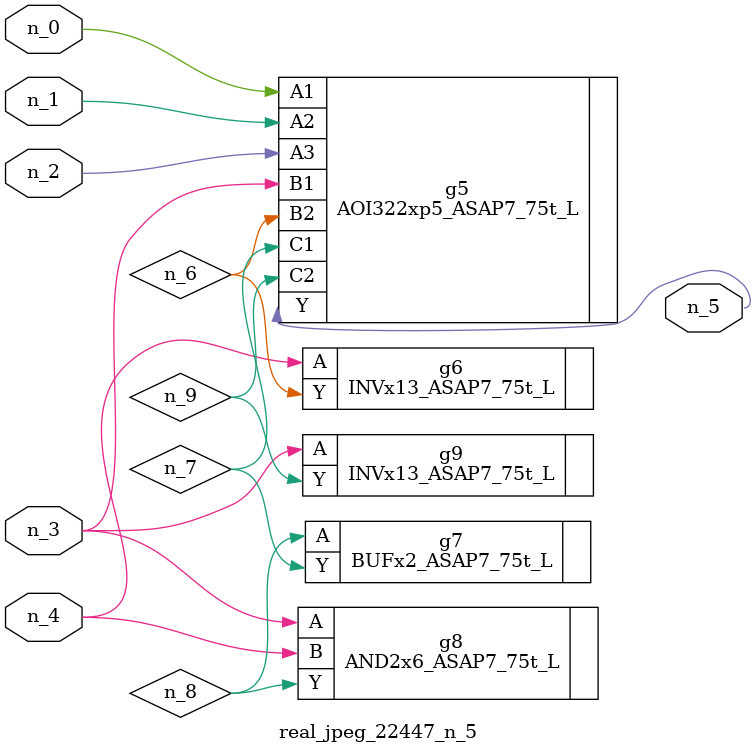
<source format=v>
module real_jpeg_22447_n_5 (n_4, n_0, n_1, n_2, n_3, n_5);

input n_4;
input n_0;
input n_1;
input n_2;
input n_3;

output n_5;

wire n_8;
wire n_6;
wire n_7;
wire n_9;

AOI322xp5_ASAP7_75t_L g5 ( 
.A1(n_0),
.A2(n_1),
.A3(n_2),
.B1(n_3),
.B2(n_6),
.C1(n_7),
.C2(n_9),
.Y(n_5)
);

AND2x6_ASAP7_75t_L g8 ( 
.A(n_3),
.B(n_4),
.Y(n_8)
);

INVx13_ASAP7_75t_L g9 ( 
.A(n_3),
.Y(n_9)
);

INVx13_ASAP7_75t_L g6 ( 
.A(n_4),
.Y(n_6)
);

BUFx2_ASAP7_75t_L g7 ( 
.A(n_8),
.Y(n_7)
);


endmodule
</source>
